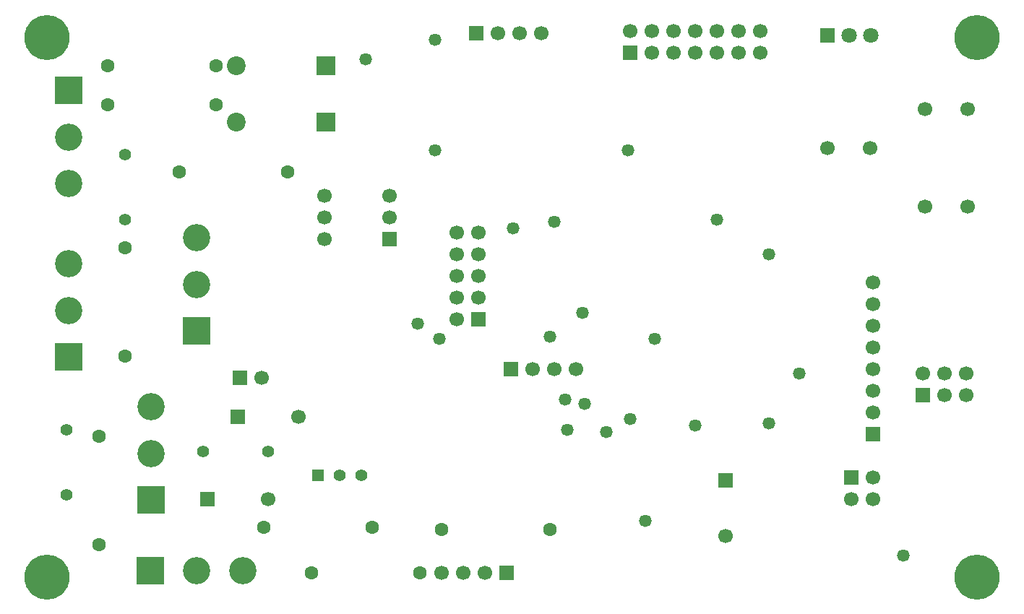
<source format=gbs>
%FSTAX53Y53*%
%MOMM*%
%SFA1B1*%

%IPPOS*%
%ADD10C,3.199994*%
%ADD11R,3.199994X3.199994*%
%ADD12R,1.699997X1.699997*%
%ADD13C,1.699997*%
%ADD14R,1.799996X1.799996*%
%ADD15C,1.799996*%
%ADD16C,1.599997*%
%ADD17R,1.699997X1.699997*%
%ADD18C,3.199994*%
%ADD19R,3.199994X3.199994*%
%ADD20C,1.399997*%
%ADD21R,3.199994X3.199994*%
%ADD22R,1.399997X1.399997*%
%ADD23C,2.199996*%
%ADD24R,2.199996X2.199996*%
%ADD25C,5.279989*%
%ADD26C,1.469997*%
%LNmain_board_pcb-1*%
%LPD*%
G54D10*
X00035049Y00104019D03*
Y00109469D03*
X00050039Y00097649D03*
Y00092199D03*
X00055489Y00058669D03*
X00050039D03*
X00044699Y00077839D03*
Y00072389D03*
G54D11*
X00035049Y00114919D03*
X00050039Y00086749D03*
X00044699Y00066939D03*
G54D12*
X00100839Y00119379D03*
X00055119Y00081279D03*
X00082799Y00121669D03*
X00135129Y00079249D03*
X00086359Y00058419D03*
X00086869Y00082299D03*
X00072639Y00097539D03*
X00051309Y00067059D03*
X00054869Y00076709D03*
G54D13*
X00100839Y00121919D03*
X00103379Y00119379D03*
Y00121919D03*
X00105919Y00119379D03*
Y00121919D03*
X00108459Y00119379D03*
Y00121919D03*
X00110999Y00119379D03*
Y00121919D03*
X00113539Y00119379D03*
Y00121919D03*
X00116079Y00119379D03*
Y00121919D03*
X00057659Y00081279D03*
X00112029Y00062729D03*
X00135419Y00112779D03*
X00140419D03*
X00135419Y00101349D03*
X00140419D03*
X00129289Y00067059D03*
X00126749D03*
X00129289Y00069599D03*
X00090419Y00121669D03*
X00087879D03*
X00085339D03*
X00128989Y00108199D03*
X00123989D03*
X00135129Y00081789D03*
X00137669Y00079249D03*
Y00081789D03*
X00140209Y00079249D03*
Y00081789D03*
X00078739Y00058419D03*
X00081279D03*
X00083819D03*
X00080519Y00098299D03*
X00083059D03*
X00080519Y00095759D03*
X00083059D03*
X00080519Y00093219D03*
X00083059D03*
X00080519Y00090679D03*
X00083059D03*
X00080519Y00088139D03*
X00094489Y00082299D03*
X00091949D03*
X00089409D03*
X00129289Y00077219D03*
Y00079759D03*
Y00082299D03*
Y00084839D03*
Y00087379D03*
Y00089919D03*
Y00092459D03*
X00065019Y00102619D03*
Y00100079D03*
Y00097539D03*
X00072639Y00102619D03*
Y00100079D03*
X00058409Y00067059D03*
X00061969Y00076709D03*
G54D14*
X00123949Y00121409D03*
G54D15*
X00126489Y00121409D03*
X00129029D03*
G54D16*
X00057909Y00063749D03*
X00070609D03*
X00041659Y00083819D03*
Y00096519D03*
X00091439Y00063499D03*
X00078739D03*
X00063499Y00058419D03*
X00076199D03*
X00060709Y00105409D03*
X00048009D03*
X00038609Y00061719D03*
Y00074419D03*
X00052319Y00113279D03*
X00039619D03*
X00052319Y00117859D03*
X00039619D03*
G54D17*
X00112029Y00069229D03*
X00126749Y00069599D03*
X00083059Y00088139D03*
X00129289Y00074679D03*
G54D18*
X00035049Y00094599D03*
Y00089149D03*
G54D19*
X00035049Y00083699D03*
G54D20*
X00041659Y00099819D03*
Y00107439D03*
X00066799Y00069849D03*
X00069339D03*
X00058419Y00072639D03*
X00050799D03*
X00034799Y00067559D03*
Y00075179D03*
G54D21*
X00044589Y00058669D03*
G54D22*
X00064259Y00069849D03*
G54D23*
X00054709Y00117859D03*
Y00111249D03*
G54D24*
X00065169Y00117859D03*
Y00111249D03*
G54D25*
X00141479Y00121159D03*
X00032509D03*
Y00057909D03*
X00141479D03*
G54D26*
X00093219Y00078739D03*
X00095499Y00078229D03*
X00108459Y00075689D03*
X00102619Y00064519D03*
X00100839Y00076449D03*
X00095249Y00088899D03*
X00078489Y00085849D03*
X00093469Y00075179D03*
X00098039Y00074929D03*
X00069849Y00118619D03*
X00075949Y00087629D03*
X00120649Y00081789D03*
X00117089Y00075949D03*
Y00095759D03*
X00100579Y00107949D03*
X00077979D03*
X00091949Y00099569D03*
X00077979Y00120899D03*
X00132839Y00060449D03*
X00087119Y00098809D03*
X00110999Y00099819D03*
X00103749Y00085849D03*
X00091439Y00086109D03*
M02*
</source>
